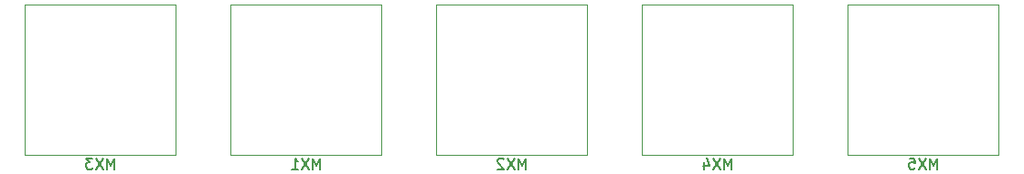
<source format=gbr>
%TF.GenerationSoftware,KiCad,Pcbnew,(5.1.6)-1*%
%TF.CreationDate,2021-01-27T09:47:08-06:00*%
%TF.ProjectId,Pikatea Macropad Mini,50696b61-7465-4612-904d-6163726f7061,rev?*%
%TF.SameCoordinates,Original*%
%TF.FileFunction,Legend,Bot*%
%TF.FilePolarity,Positive*%
%FSLAX46Y46*%
G04 Gerber Fmt 4.6, Leading zero omitted, Abs format (unit mm)*
G04 Created by KiCad (PCBNEW (5.1.6)-1) date 2021-01-27 09:47:08*
%MOMM*%
%LPD*%
G01*
G04 APERTURE LIST*
%ADD10C,0.120000*%
%ADD11C,0.150000*%
G04 APERTURE END LIST*
D10*
%TO.C,MX5*%
X200075000Y-111905000D02*
X214045000Y-111905000D01*
X214045000Y-111905000D02*
X214045000Y-97935000D01*
X214045000Y-97935000D02*
X200075000Y-97935000D01*
X200075000Y-97935000D02*
X200075000Y-111905000D01*
%TO.C,MX4*%
X181025000Y-111905000D02*
X194995000Y-111905000D01*
X194995000Y-111905000D02*
X194995000Y-97935000D01*
X194995000Y-97935000D02*
X181025000Y-97935000D01*
X181025000Y-97935000D02*
X181025000Y-111905000D01*
%TO.C,MX3*%
X123875000Y-111905000D02*
X137845000Y-111905000D01*
X137845000Y-111905000D02*
X137845000Y-97935000D01*
X137845000Y-97935000D02*
X123875000Y-97935000D01*
X123875000Y-97935000D02*
X123875000Y-111905000D01*
%TO.C,MX2*%
X161975000Y-111905000D02*
X175945000Y-111905000D01*
X175945000Y-111905000D02*
X175945000Y-97935000D01*
X175945000Y-97935000D02*
X161975000Y-97935000D01*
X161975000Y-97935000D02*
X161975000Y-111905000D01*
%TO.C,MX1*%
X142925000Y-111905000D02*
X156895000Y-111905000D01*
X156895000Y-111905000D02*
X156895000Y-97935000D01*
X156895000Y-97935000D02*
X142925000Y-97935000D01*
X142925000Y-97935000D02*
X142925000Y-111905000D01*
%TO.C,MX5*%
D11*
X208345714Y-113246380D02*
X208345714Y-112246380D01*
X208012380Y-112960666D01*
X207679047Y-112246380D01*
X207679047Y-113246380D01*
X207298095Y-112246380D02*
X206631428Y-113246380D01*
X206631428Y-112246380D02*
X207298095Y-113246380D01*
X205774285Y-112246380D02*
X206250476Y-112246380D01*
X206298095Y-112722571D01*
X206250476Y-112674952D01*
X206155238Y-112627333D01*
X205917142Y-112627333D01*
X205821904Y-112674952D01*
X205774285Y-112722571D01*
X205726666Y-112817809D01*
X205726666Y-113055904D01*
X205774285Y-113151142D01*
X205821904Y-113198761D01*
X205917142Y-113246380D01*
X206155238Y-113246380D01*
X206250476Y-113198761D01*
X206298095Y-113151142D01*
%TO.C,MX4*%
X189295714Y-113246380D02*
X189295714Y-112246380D01*
X188962380Y-112960666D01*
X188629047Y-112246380D01*
X188629047Y-113246380D01*
X188248095Y-112246380D02*
X187581428Y-113246380D01*
X187581428Y-112246380D02*
X188248095Y-113246380D01*
X186771904Y-112579714D02*
X186771904Y-113246380D01*
X187010000Y-112198761D02*
X187248095Y-112913047D01*
X186629047Y-112913047D01*
%TO.C,MX3*%
X132145714Y-113246380D02*
X132145714Y-112246380D01*
X131812380Y-112960666D01*
X131479047Y-112246380D01*
X131479047Y-113246380D01*
X131098095Y-112246380D02*
X130431428Y-113246380D01*
X130431428Y-112246380D02*
X131098095Y-113246380D01*
X130145714Y-112246380D02*
X129526666Y-112246380D01*
X129860000Y-112627333D01*
X129717142Y-112627333D01*
X129621904Y-112674952D01*
X129574285Y-112722571D01*
X129526666Y-112817809D01*
X129526666Y-113055904D01*
X129574285Y-113151142D01*
X129621904Y-113198761D01*
X129717142Y-113246380D01*
X130002857Y-113246380D01*
X130098095Y-113198761D01*
X130145714Y-113151142D01*
%TO.C,MX2*%
X170245714Y-113246380D02*
X170245714Y-112246380D01*
X169912380Y-112960666D01*
X169579047Y-112246380D01*
X169579047Y-113246380D01*
X169198095Y-112246380D02*
X168531428Y-113246380D01*
X168531428Y-112246380D02*
X169198095Y-113246380D01*
X168198095Y-112341619D02*
X168150476Y-112294000D01*
X168055238Y-112246380D01*
X167817142Y-112246380D01*
X167721904Y-112294000D01*
X167674285Y-112341619D01*
X167626666Y-112436857D01*
X167626666Y-112532095D01*
X167674285Y-112674952D01*
X168245714Y-113246380D01*
X167626666Y-113246380D01*
%TO.C,MX1*%
X151195714Y-113246380D02*
X151195714Y-112246380D01*
X150862380Y-112960666D01*
X150529047Y-112246380D01*
X150529047Y-113246380D01*
X150148095Y-112246380D02*
X149481428Y-113246380D01*
X149481428Y-112246380D02*
X150148095Y-113246380D01*
X148576666Y-113246380D02*
X149148095Y-113246380D01*
X148862380Y-113246380D02*
X148862380Y-112246380D01*
X148957619Y-112389238D01*
X149052857Y-112484476D01*
X149148095Y-112532095D01*
%TD*%
M02*

</source>
